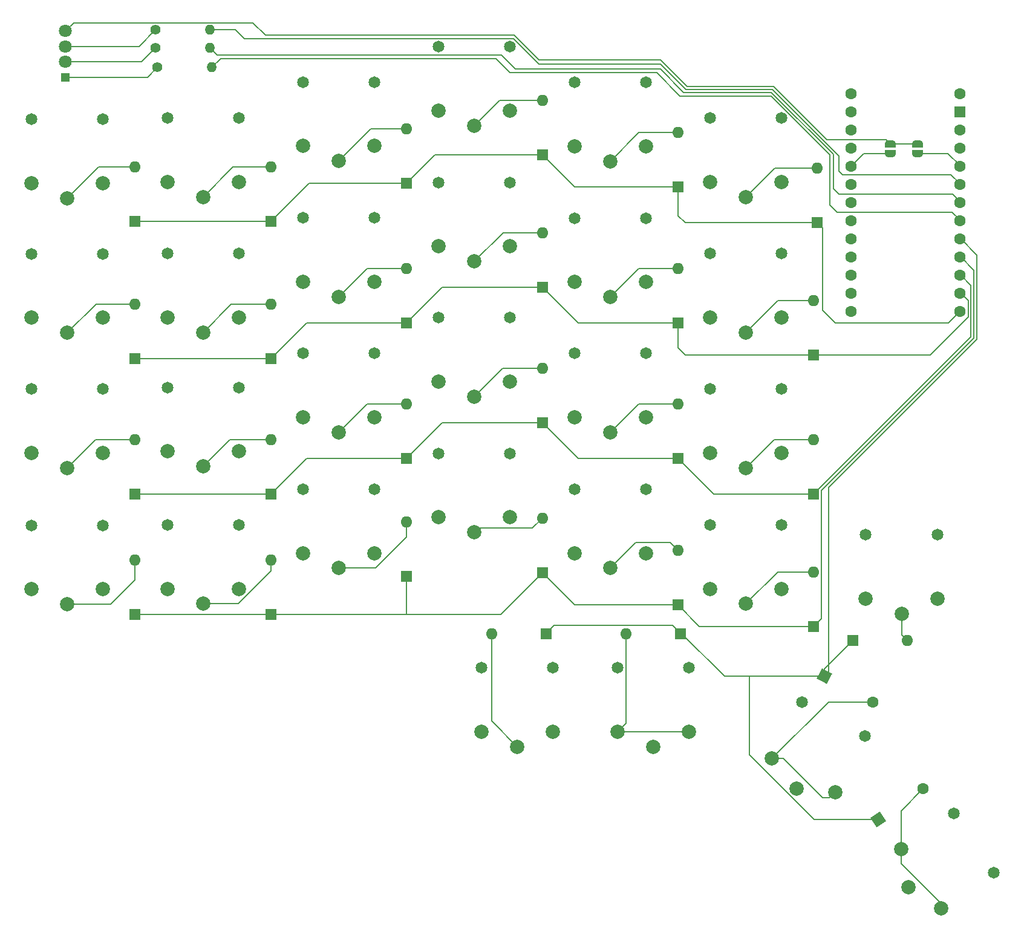
<source format=gbr>
%TF.GenerationSoftware,KiCad,Pcbnew,9.0.1*%
%TF.CreationDate,2025-07-07T00:05:24+02:00*%
%TF.ProjectId,LQS-keyboard,4c51532d-6b65-4796-926f-6172642e6b69,rev?*%
%TF.SameCoordinates,Original*%
%TF.FileFunction,Copper,L1,Top*%
%TF.FilePolarity,Positive*%
%FSLAX46Y46*%
G04 Gerber Fmt 4.6, Leading zero omitted, Abs format (unit mm)*
G04 Created by KiCad (PCBNEW 9.0.1) date 2025-07-07 00:05:24*
%MOMM*%
%LPD*%
G01*
G04 APERTURE LIST*
G04 Aperture macros list*
%AMHorizOval*
0 Thick line with rounded ends*
0 $1 width*
0 $2 $3 position (X,Y) of the first rounded end (center of the circle)*
0 $4 $5 position (X,Y) of the second rounded end (center of the circle)*
0 Add line between two ends*
20,1,$1,$2,$3,$4,$5,0*
0 Add two circle primitives to create the rounded ends*
1,1,$1,$2,$3*
1,1,$1,$4,$5*%
%AMRotRect*
0 Rectangle, with rotation*
0 The origin of the aperture is its center*
0 $1 length*
0 $2 width*
0 $3 Rotation angle, in degrees counterclockwise*
0 Add horizontal line*
21,1,$1,$2,0,0,$3*%
%AMFreePoly0*
4,1,23,0.500000,-0.750000,0.000000,-0.750000,0.000000,-0.745722,-0.065263,-0.745722,-0.191342,-0.711940,-0.304381,-0.646677,-0.396677,-0.554381,-0.461940,-0.441342,-0.495722,-0.315263,-0.495722,-0.250000,-0.500000,-0.250000,-0.500000,0.250000,-0.495722,0.250000,-0.495722,0.315263,-0.461940,0.441342,-0.396677,0.554381,-0.304381,0.646677,-0.191342,0.711940,-0.065263,0.745722,0.000000,0.745722,
0.000000,0.750000,0.500000,0.750000,0.500000,-0.750000,0.500000,-0.750000,$1*%
%AMFreePoly1*
4,1,23,0.000000,0.745722,0.065263,0.745722,0.191342,0.711940,0.304381,0.646677,0.396677,0.554381,0.461940,0.441342,0.495722,0.315263,0.495722,0.250000,0.500000,0.250000,0.500000,-0.250000,0.495722,-0.250000,0.495722,-0.315263,0.461940,-0.441342,0.396677,-0.554381,0.304381,-0.646677,0.191342,-0.711940,0.065263,-0.745722,0.000000,-0.745722,0.000000,-0.750000,-0.500000,-0.750000,
-0.500000,0.750000,0.000000,0.750000,0.000000,0.745722,0.000000,0.745722,$1*%
G04 Aperture macros list end*
%TA.AperFunction,ComponentPad*%
%ADD10RotRect,1.600000X1.600000X332.000000*%
%TD*%
%TA.AperFunction,ComponentPad*%
%ADD11HorizOval,1.600000X0.000000X0.000000X0.000000X0.000000X0*%
%TD*%
%TA.AperFunction,ComponentPad*%
%ADD12C,1.650000*%
%TD*%
%TA.AperFunction,ComponentPad*%
%ADD13C,2.000000*%
%TD*%
%TA.AperFunction,ComponentPad*%
%ADD14R,1.600000X1.600000*%
%TD*%
%TA.AperFunction,ComponentPad*%
%ADD15O,1.600000X1.600000*%
%TD*%
%TA.AperFunction,ComponentPad*%
%ADD16C,1.400000*%
%TD*%
%TA.AperFunction,ComponentPad*%
%ADD17O,1.400000X1.400000*%
%TD*%
%TA.AperFunction,SMDPad,CuDef*%
%ADD18FreePoly0,90.000000*%
%TD*%
%TA.AperFunction,SMDPad,CuDef*%
%ADD19FreePoly1,90.000000*%
%TD*%
%TA.AperFunction,ComponentPad*%
%ADD20C,1.600000*%
%TD*%
%TA.AperFunction,ComponentPad*%
%ADD21R,1.300000X1.300000*%
%TD*%
%TA.AperFunction,ComponentPad*%
%ADD22C,1.800000*%
%TD*%
%TA.AperFunction,ComponentPad*%
%ADD23RotRect,1.600000X1.600000X34.000000*%
%TD*%
%TA.AperFunction,ComponentPad*%
%ADD24HorizOval,1.600000X0.000000X0.000000X0.000000X0.000000X0*%
%TD*%
%TA.AperFunction,Conductor*%
%ADD25C,0.200000*%
%TD*%
G04 APERTURE END LIST*
D10*
%TO.P,D28,1,K*%
%TO.N,ROWT*%
X169000000Y-117500000D03*
D11*
%TO.P,D28,2,A*%
%TO.N,Net-(D28-A)*%
X175728061Y-121077373D03*
%TD*%
D12*
%TO.P,SW19,*%
%TO.N,*%
X58000000Y-96350000D03*
X68000000Y-96350000D03*
D13*
%TO.P,SW19,1,1*%
%TO.N,Net-(D19-A)*%
X63000000Y-107400000D03*
%TO.P,SW19,2,2*%
%TO.N,COL1*%
X58000000Y-105300000D03*
X68000000Y-105300000D03*
%TD*%
D14*
%TO.P,D18,1,K*%
%TO.N,ROW3*%
X167500000Y-92000000D03*
D15*
%TO.P,D18,2,A*%
%TO.N,Net-(D18-A)*%
X167500000Y-84380000D03*
%TD*%
D12*
%TO.P,SW22,*%
%TO.N,*%
X115000001Y-86292194D03*
X125000001Y-86292194D03*
D13*
%TO.P,SW22,1,1*%
%TO.N,Net-(D22-A)*%
X120000001Y-97342194D03*
%TO.P,SW22,2,2*%
%TO.N,COL4*%
X115000001Y-95242194D03*
X125000001Y-95242194D03*
%TD*%
D14*
%TO.P,D8,1,K*%
%TO.N,ROW2*%
X91500000Y-73000000D03*
D15*
%TO.P,D8,2,A*%
%TO.N,Net-(D8-A)*%
X91500000Y-65380000D03*
%TD*%
D14*
%TO.P,D23,1,K*%
%TO.N,ROW4*%
X148500000Y-107500000D03*
D15*
%TO.P,D23,2,A*%
%TO.N,Net-(D23-A)*%
X148500000Y-99880000D03*
%TD*%
D12*
%TO.P,SW6,*%
%TO.N,*%
X153000000Y-39350000D03*
X163000000Y-39350000D03*
D13*
%TO.P,SW6,1,1*%
%TO.N,Net-(D6-A)*%
X158000000Y-50400000D03*
%TO.P,SW6,2,2*%
%TO.N,COL6*%
X153000000Y-48300000D03*
X163000000Y-48300000D03*
%TD*%
D14*
%TO.P,D1,1,K*%
%TO.N,ROW1*%
X72500000Y-53809999D03*
D15*
%TO.P,D1,2,A*%
%TO.N,Net-(D1-A)*%
X72500000Y-46189999D03*
%TD*%
D16*
%TO.P,R1,1*%
%TO.N,Net-(D30-RK)*%
X75630000Y-32250000D03*
D17*
%TO.P,R1,2*%
%TO.N,LEDR*%
X83250000Y-32250000D03*
%TD*%
D12*
%TO.P,SW9,*%
%TO.N,*%
X96000001Y-53292194D03*
X106000001Y-53292194D03*
D13*
%TO.P,SW9,1,1*%
%TO.N,Net-(D9-A)*%
X101000001Y-64342194D03*
%TO.P,SW9,2,2*%
%TO.N,COL3*%
X96000001Y-62242194D03*
X106000001Y-62242194D03*
%TD*%
D12*
%TO.P,SW16,*%
%TO.N,*%
X115000001Y-67292194D03*
X125000001Y-67292194D03*
D13*
%TO.P,SW16,1,1*%
%TO.N,Net-(D16-A)*%
X120000001Y-78342194D03*
%TO.P,SW16,2,2*%
%TO.N,COL4*%
X115000001Y-76242194D03*
X125000001Y-76242194D03*
%TD*%
D12*
%TO.P,SW14,*%
%TO.N,*%
X77000000Y-77050000D03*
X87000000Y-77050000D03*
D13*
%TO.P,SW14,1,1*%
%TO.N,Net-(D14-A)*%
X82000000Y-88100000D03*
%TO.P,SW14,2,2*%
%TO.N,COL2*%
X77000000Y-86000000D03*
X87000000Y-86000000D03*
%TD*%
D12*
%TO.P,SW25,*%
%TO.N,*%
X174781626Y-97667528D03*
X184781626Y-97667528D03*
D13*
%TO.P,SW25,1,1*%
%TO.N,Net-(D25-A)*%
X179781626Y-108717528D03*
%TO.P,SW25,2,2*%
%TO.N,COL6*%
X174781626Y-106617528D03*
X184781626Y-106617528D03*
%TD*%
D14*
%TO.P,D3,1,K*%
%TO.N,ROW1*%
X110500000Y-48500000D03*
D15*
%TO.P,D3,2,A*%
%TO.N,Net-(D3-A)*%
X110500000Y-40880000D03*
%TD*%
D14*
%TO.P,D2,1,K*%
%TO.N,ROW1*%
X91500000Y-53810000D03*
D15*
%TO.P,D2,2,A*%
%TO.N,Net-(D2-A)*%
X91500000Y-46190000D03*
%TD*%
D18*
%TO.P,JP2,1,A*%
%TO.N,Net-(JP2-A)*%
X182000000Y-44300000D03*
D19*
%TO.P,JP2,2,B*%
%TO.N,3v3*%
X182000000Y-43000000D03*
%TD*%
D12*
%TO.P,SW26,*%
%TO.N,*%
X121000001Y-116292194D03*
X131000001Y-116292194D03*
D13*
%TO.P,SW26,1,1*%
%TO.N,Net-(D26-A)*%
X126000001Y-127342194D03*
%TO.P,SW26,2,2*%
%TO.N,COL2*%
X121000001Y-125242194D03*
X131000001Y-125242194D03*
%TD*%
D14*
%TO.P,D10,1,K*%
%TO.N,ROW2*%
X129500000Y-63000000D03*
D15*
%TO.P,D10,2,A*%
%TO.N,Net-(D10-A)*%
X129500000Y-55380000D03*
%TD*%
D12*
%TO.P,SW8,*%
%TO.N,*%
X77000001Y-58292194D03*
X87000001Y-58292194D03*
D13*
%TO.P,SW8,1,1*%
%TO.N,Net-(D8-A)*%
X82000001Y-69342194D03*
%TO.P,SW8,2,2*%
%TO.N,COL2*%
X77000001Y-67242194D03*
X87000001Y-67242194D03*
%TD*%
D16*
%TO.P,R2,1*%
%TO.N,Net-(D30-GK)*%
X75380000Y-29500000D03*
D17*
%TO.P,R2,2*%
%TO.N,LEDG*%
X83000000Y-29500000D03*
%TD*%
D12*
%TO.P,SW20,*%
%TO.N,*%
X77000001Y-96292194D03*
X87000001Y-96292194D03*
D13*
%TO.P,SW20,1,1*%
%TO.N,Net-(D20-A)*%
X82000001Y-107342194D03*
%TO.P,SW20,2,2*%
%TO.N,COL2*%
X77000001Y-105242194D03*
X87000001Y-105242194D03*
%TD*%
D14*
%TO.P,D13,1,K*%
%TO.N,ROW3*%
X72500000Y-92000000D03*
D15*
%TO.P,D13,2,A*%
%TO.N,Net-(D13-A)*%
X72500000Y-84380000D03*
%TD*%
D12*
%TO.P,SW13,*%
%TO.N,*%
X58000001Y-77292194D03*
X68000001Y-77292194D03*
D13*
%TO.P,SW13,1,1*%
%TO.N,Net-(D13-A)*%
X63000001Y-88342194D03*
%TO.P,SW13,2,2*%
%TO.N,COL1*%
X58000001Y-86242194D03*
X68000001Y-86242194D03*
%TD*%
D18*
%TO.P,JP1,1,A*%
%TO.N,Net-(JP1-A)*%
X178250000Y-44300000D03*
D19*
%TO.P,JP1,2,B*%
%TO.N,3v3*%
X178250000Y-43000000D03*
%TD*%
D14*
%TO.P,D11,1,K*%
%TO.N,ROW2*%
X148500000Y-68000000D03*
D15*
%TO.P,D11,2,A*%
%TO.N,Net-(D11-A)*%
X148500000Y-60380000D03*
%TD*%
D14*
%TO.P,D5,1,K*%
%TO.N,ROW1*%
X148500000Y-49000000D03*
D15*
%TO.P,D5,2,A*%
%TO.N,Net-(D5-A)*%
X148500000Y-41380000D03*
%TD*%
D20*
%TO.P,U2,1,GP0(TX)*%
%TO.N,unconnected-(U2-GP0(TX)-Pad1)*%
X172750000Y-38460000D03*
%TO.P,U2,2,GP1(RX)*%
%TO.N,unconnected-(U2-GP1(RX)-Pad2)*%
X172750000Y-41000000D03*
%TO.P,U2,3,GND*%
%TO.N,unconnected-(U2-GND-Pad3)*%
X172750000Y-43540000D03*
%TO.P,U2,4,GND*%
%TO.N,Net-(JP1-A)*%
X172750000Y-46080000D03*
%TO.P,U2,5,SDA(GP2)*%
%TO.N,unconnected-(U2-SDA(GP2)-Pad5)*%
X172750000Y-48620000D03*
%TO.P,U2,6,SCL(GP3)*%
%TO.N,unconnected-(U2-SCL(GP3)-Pad6)*%
X172750000Y-51160000D03*
%TO.P,U2,7,GP4*%
%TO.N,COL1*%
X172750000Y-53700000D03*
%TO.P,U2,8,GP5*%
%TO.N,COL2*%
X172750000Y-56240000D03*
%TO.P,U2,9,GP6*%
%TO.N,COL3*%
X172750000Y-58780000D03*
%TO.P,U2,10,GP7*%
%TO.N,COL4*%
X172750000Y-61320000D03*
%TO.P,U2,11,GP8*%
%TO.N,COL5*%
X172750000Y-63860000D03*
%TO.P,U2,12,GP9*%
%TO.N,COL6*%
X172750000Y-66400000D03*
%TO.P,U2,13,GP21*%
%TO.N,ROW1*%
X187990000Y-66400000D03*
%TO.P,U2,14,GP23*%
%TO.N,ROW2*%
X187990000Y-63860000D03*
%TO.P,U2,15,GP20*%
%TO.N,ROW3*%
X187990000Y-61320000D03*
%TO.P,U2,16,GP22*%
%TO.N,ROW4*%
X187990000Y-58780000D03*
%TO.P,U2,17,GP26(A0)*%
%TO.N,ROWT*%
X187990000Y-56240000D03*
%TO.P,U2,18,GP27(A1)*%
%TO.N,LEDR*%
X187990000Y-53700000D03*
%TO.P,U2,19,GP28(A2)*%
%TO.N,LEDG*%
X187990000Y-51160000D03*
%TO.P,U2,20,GP29(A3)*%
%TO.N,LEDB*%
X187990000Y-48620000D03*
%TO.P,U2,21,3v3*%
%TO.N,Net-(JP2-A)*%
X187990000Y-46080000D03*
%TO.P,U2,22,RST*%
%TO.N,unconnected-(U2-RST-Pad22)*%
X187990000Y-43540000D03*
%TO.P,U2,23,GND*%
%TO.N,unconnected-(U2-GND-Pad23)*%
X187990000Y-41000000D03*
D14*
%TO.P,U2,24,5V*%
%TO.N,unconnected-(U2-5V-Pad24)*%
X187990000Y-38460000D03*
D20*
%TO.P,U2,33,GP10(B-)*%
%TO.N,unconnected-(U2-GP10(B-)-Pad33)*%
X172750000Y-35920000D03*
%TO.P,U2,34,GP11(B+)*%
%TO.N,unconnected-(U2-GP11(B+)-Pad34)*%
X187990000Y-35920000D03*
%TD*%
D14*
%TO.P,D25,1,K*%
%TO.N,ROWT*%
X172940000Y-112500000D03*
D15*
%TO.P,D25,2,A*%
%TO.N,Net-(D25-A)*%
X180560000Y-112500000D03*
%TD*%
D12*
%TO.P,SW28,*%
%TO.N,*%
X165852920Y-121117419D03*
X174682396Y-125812135D03*
D13*
%TO.P,SW28,1,1*%
%TO.N,COL4*%
X165079997Y-133221348D03*
%TO.P,SW28,2,2*%
%TO.N,Net-(D28-A)*%
X161651149Y-129019800D03*
X170480625Y-133714516D03*
%TD*%
D12*
%TO.P,SW4,*%
%TO.N,*%
X115000000Y-29350000D03*
X125000000Y-29350000D03*
D13*
%TO.P,SW4,1,1*%
%TO.N,Net-(D4-A)*%
X120000000Y-40400000D03*
%TO.P,SW4,2,2*%
%TO.N,COL4*%
X115000000Y-38300000D03*
X125000000Y-38300000D03*
%TD*%
D12*
%TO.P,SW1,*%
%TO.N,*%
X58000000Y-39500000D03*
X68000000Y-39500000D03*
D13*
%TO.P,SW1,1,1*%
%TO.N,Net-(D1-A)*%
X63000000Y-50550000D03*
%TO.P,SW1,2,2*%
%TO.N,COL1*%
X58000000Y-48450000D03*
X68000000Y-48450000D03*
%TD*%
D12*
%TO.P,SW17,*%
%TO.N,*%
X134000001Y-72292194D03*
X144000001Y-72292194D03*
D13*
%TO.P,SW17,1,1*%
%TO.N,Net-(D17-A)*%
X139000001Y-83342194D03*
%TO.P,SW17,2,2*%
%TO.N,COL5*%
X134000001Y-81242194D03*
X144000001Y-81242194D03*
%TD*%
D14*
%TO.P,D22,1,K*%
%TO.N,ROW4*%
X129500000Y-103000000D03*
D15*
%TO.P,D22,2,A*%
%TO.N,Net-(D22-A)*%
X129500000Y-95380000D03*
%TD*%
D12*
%TO.P,SW3,*%
%TO.N,*%
X96000001Y-34292194D03*
X106000001Y-34292194D03*
D13*
%TO.P,SW3,1,1*%
%TO.N,Net-(D3-A)*%
X101000001Y-45342194D03*
%TO.P,SW3,2,2*%
%TO.N,COL3*%
X96000001Y-43242194D03*
X106000001Y-43242194D03*
%TD*%
D12*
%TO.P,SW27,*%
%TO.N,*%
X140000001Y-116292194D03*
X150000001Y-116292194D03*
D13*
%TO.P,SW27,1,1*%
%TO.N,COL3*%
X145000001Y-127342194D03*
%TO.P,SW27,2,2*%
%TO.N,Net-(D27-A)*%
X140000001Y-125242194D03*
X150000001Y-125242194D03*
%TD*%
D14*
%TO.P,D17,1,K*%
%TO.N,ROW3*%
X148500000Y-87000000D03*
D15*
%TO.P,D17,2,A*%
%TO.N,Net-(D17-A)*%
X148500000Y-79380000D03*
%TD*%
D21*
%TO.P,D30,1,RK*%
%TO.N,Net-(D30-RK)*%
X62750000Y-33613000D03*
D22*
%TO.P,D30,2,GK*%
%TO.N,Net-(D30-GK)*%
X62750000Y-31454000D03*
%TO.P,D30,3,BK*%
%TO.N,Net-(D30-BK)*%
X62750000Y-29295000D03*
%TO.P,D30,4,A*%
%TO.N,3v3*%
X62750000Y-27136000D03*
%TD*%
D14*
%TO.P,D6,1,K*%
%TO.N,ROW1*%
X168000000Y-54000000D03*
D15*
%TO.P,D6,2,A*%
%TO.N,Net-(D6-A)*%
X168000000Y-46380000D03*
%TD*%
D14*
%TO.P,D19,1,K*%
%TO.N,ROW4*%
X72500000Y-108810000D03*
D15*
%TO.P,D19,2,A*%
%TO.N,Net-(D19-A)*%
X72500000Y-101190000D03*
%TD*%
D14*
%TO.P,D16,1,K*%
%TO.N,ROW3*%
X129500000Y-82000000D03*
D15*
%TO.P,D16,2,A*%
%TO.N,Net-(D16-A)*%
X129500000Y-74380000D03*
%TD*%
D14*
%TO.P,D27,1,K*%
%TO.N,ROWT*%
X148810000Y-111500000D03*
D15*
%TO.P,D27,2,A*%
%TO.N,Net-(D27-A)*%
X141190000Y-111500000D03*
%TD*%
D14*
%TO.P,D4,1,K*%
%TO.N,ROW1*%
X129500000Y-44500000D03*
D15*
%TO.P,D4,2,A*%
%TO.N,Net-(D4-A)*%
X129500000Y-36880000D03*
%TD*%
D12*
%TO.P,SW2,*%
%TO.N,*%
X77000000Y-39350000D03*
X87000000Y-39350000D03*
D13*
%TO.P,SW2,1,1*%
%TO.N,Net-(D2-A)*%
X82000000Y-50400000D03*
%TO.P,SW2,2,2*%
%TO.N,COL2*%
X77000000Y-48300000D03*
X87000000Y-48300000D03*
%TD*%
D23*
%TO.P,D29,1,K*%
%TO.N,ROWT*%
X176500000Y-137500000D03*
D24*
%TO.P,D29,2,A*%
%TO.N,Net-(D29-A)*%
X182817266Y-133238950D03*
%TD*%
D12*
%TO.P,SW12,*%
%TO.N,*%
X153000001Y-58292194D03*
X163000001Y-58292194D03*
D13*
%TO.P,SW12,1,1*%
%TO.N,Net-(D12-A)*%
X158000001Y-69342194D03*
%TO.P,SW12,2,2*%
%TO.N,COL6*%
X153000001Y-67242194D03*
X163000001Y-67242194D03*
%TD*%
D14*
%TO.P,D9,1,K*%
%TO.N,ROW2*%
X110500000Y-68000000D03*
D15*
%TO.P,D9,2,A*%
%TO.N,Net-(D9-A)*%
X110500000Y-60380000D03*
%TD*%
D12*
%TO.P,SW5,*%
%TO.N,*%
X134000000Y-34350000D03*
X144000000Y-34350000D03*
D13*
%TO.P,SW5,1,1*%
%TO.N,Net-(D5-A)*%
X139000000Y-45400000D03*
%TO.P,SW5,2,2*%
%TO.N,COL5*%
X134000000Y-43300000D03*
X144000000Y-43300000D03*
%TD*%
D14*
%TO.P,D12,1,K*%
%TO.N,ROW2*%
X167500000Y-72500000D03*
D15*
%TO.P,D12,2,A*%
%TO.N,Net-(D12-A)*%
X167500000Y-64880000D03*
%TD*%
D14*
%TO.P,D14,1,K*%
%TO.N,ROW3*%
X91500000Y-92000000D03*
D15*
%TO.P,D14,2,A*%
%TO.N,Net-(D14-A)*%
X91500000Y-84380000D03*
%TD*%
D14*
%TO.P,D7,1,K*%
%TO.N,ROW2*%
X72500000Y-73000000D03*
D15*
%TO.P,D7,2,A*%
%TO.N,Net-(D7-A)*%
X72500000Y-65380000D03*
%TD*%
D12*
%TO.P,SW18,*%
%TO.N,*%
X153000001Y-77292194D03*
X163000001Y-77292194D03*
D13*
%TO.P,SW18,1,1*%
%TO.N,Net-(D18-A)*%
X158000001Y-88342194D03*
%TO.P,SW18,2,2*%
%TO.N,COL6*%
X153000001Y-86242194D03*
X163000001Y-86242194D03*
%TD*%
D12*
%TO.P,SW11,*%
%TO.N,*%
X134000000Y-53350000D03*
X144000000Y-53350000D03*
D13*
%TO.P,SW11,1,1*%
%TO.N,Net-(D11-A)*%
X139000000Y-64400000D03*
%TO.P,SW11,2,2*%
%TO.N,COL5*%
X134000000Y-62300000D03*
X144000000Y-62300000D03*
%TD*%
D12*
%TO.P,SW10,*%
%TO.N,*%
X115000000Y-48350000D03*
X125000000Y-48350000D03*
D13*
%TO.P,SW10,1,1*%
%TO.N,Net-(D10-A)*%
X120000000Y-59400000D03*
%TO.P,SW10,2,2*%
%TO.N,COL4*%
X115000000Y-57300000D03*
X125000000Y-57300000D03*
%TD*%
D12*
%TO.P,SW23,*%
%TO.N,*%
X134000001Y-91292194D03*
X144000001Y-91292194D03*
D13*
%TO.P,SW23,1,1*%
%TO.N,Net-(D23-A)*%
X139000001Y-102342194D03*
%TO.P,SW23,2,2*%
%TO.N,COL5*%
X134000001Y-100242194D03*
X144000001Y-100242194D03*
%TD*%
D14*
%TO.P,D21,1,K*%
%TO.N,ROW4*%
X110500000Y-103500000D03*
D15*
%TO.P,D21,2,A*%
%TO.N,Net-(D21-A)*%
X110500000Y-95880000D03*
%TD*%
D12*
%TO.P,SW15,*%
%TO.N,*%
X96000001Y-72292194D03*
X106000001Y-72292194D03*
D13*
%TO.P,SW15,1,1*%
%TO.N,Net-(D15-A)*%
X101000001Y-83342194D03*
%TO.P,SW15,2,2*%
%TO.N,COL3*%
X96000001Y-81242194D03*
X106000001Y-81242194D03*
%TD*%
D12*
%TO.P,SW21,*%
%TO.N,*%
X96000001Y-91292194D03*
X106000001Y-91292194D03*
D13*
%TO.P,SW21,1,1*%
%TO.N,Net-(D21-A)*%
X101000001Y-102342194D03*
%TO.P,SW21,2,2*%
%TO.N,COL3*%
X96000001Y-100242194D03*
X106000001Y-100242194D03*
%TD*%
D12*
%TO.P,SW29,*%
%TO.N,*%
X187142835Y-136706026D03*
X192734764Y-144996401D03*
D13*
%TO.P,SW29,1,1*%
%TO.N,COL5*%
X180777934Y-147030295D03*
%TO.P,SW29,2,2*%
%TO.N,Net-(D29-A)*%
X179722949Y-141710802D03*
X185314878Y-150001178D03*
%TD*%
D12*
%TO.P,SW7,*%
%TO.N,*%
X58000000Y-58350000D03*
X68000000Y-58350000D03*
D13*
%TO.P,SW7,1,1*%
%TO.N,Net-(D7-A)*%
X63000000Y-69400000D03*
%TO.P,SW7,2,2*%
%TO.N,COL1*%
X58000000Y-67300000D03*
X68000000Y-67300000D03*
%TD*%
D14*
%TO.P,D26,1,K*%
%TO.N,ROWT*%
X130000000Y-111500000D03*
D15*
%TO.P,D26,2,A*%
%TO.N,Net-(D26-A)*%
X122380000Y-111500000D03*
%TD*%
D14*
%TO.P,D24,1,K*%
%TO.N,ROW4*%
X167500000Y-110500000D03*
D15*
%TO.P,D24,2,A*%
%TO.N,Net-(D24-A)*%
X167500000Y-102880000D03*
%TD*%
D16*
%TO.P,R3,1*%
%TO.N,Net-(D30-BK)*%
X75380000Y-27000000D03*
D17*
%TO.P,R3,2*%
%TO.N,LEDB*%
X83000000Y-27000000D03*
%TD*%
D14*
%TO.P,D20,1,K*%
%TO.N,ROW4*%
X91500000Y-108810000D03*
D15*
%TO.P,D20,2,A*%
%TO.N,Net-(D20-A)*%
X91500000Y-101190000D03*
%TD*%
D12*
%TO.P,SW24,*%
%TO.N,*%
X153000001Y-96292194D03*
X163000001Y-96292194D03*
D13*
%TO.P,SW24,1,1*%
%TO.N,Net-(D24-A)*%
X158000001Y-107342194D03*
%TO.P,SW24,2,2*%
%TO.N,COL6*%
X153000001Y-105242194D03*
X163000001Y-105242194D03*
%TD*%
D14*
%TO.P,D15,1,K*%
%TO.N,ROW3*%
X110500000Y-87000000D03*
D15*
%TO.P,D15,2,A*%
%TO.N,Net-(D15-A)*%
X110500000Y-79380000D03*
%TD*%
D25*
%TO.N,ROW1*%
X149500000Y-54000000D02*
X148500000Y-53000000D01*
X114500000Y-44500000D02*
X110500000Y-48500000D01*
X168000000Y-54000000D02*
X168750000Y-54750000D01*
X186360000Y-68000000D02*
X188000000Y-66360000D01*
X170500000Y-68000000D02*
X186360000Y-68000000D01*
X148500000Y-53000000D02*
X148500000Y-49000000D01*
X168000000Y-54000000D02*
X149500000Y-54000000D01*
X110500000Y-48500000D02*
X96810000Y-48500000D01*
X129500000Y-44500000D02*
X114500000Y-44500000D01*
X134000000Y-49000000D02*
X148500000Y-49000000D01*
X168750000Y-54750000D02*
X168750000Y-66250000D01*
X91500000Y-53810000D02*
X72500000Y-53809999D01*
X129500000Y-44500000D02*
X134000000Y-49000000D01*
X168750000Y-66250000D02*
X170500000Y-68000000D01*
X96810000Y-48500000D02*
X91500000Y-53810000D01*
%TO.N,Net-(D1-A)*%
X63000000Y-50550000D02*
X67360001Y-46189999D01*
X67360001Y-46189999D02*
X72500000Y-46189999D01*
%TO.N,Net-(D2-A)*%
X86210000Y-46190000D02*
X91500000Y-46190000D01*
X82000000Y-50400000D02*
X86210000Y-46190000D01*
%TO.N,Net-(D3-A)*%
X105462195Y-40880000D02*
X110500000Y-40880000D01*
X101000001Y-45342194D02*
X105462195Y-40880000D01*
%TO.N,Net-(D4-A)*%
X123520000Y-36880000D02*
X129500000Y-36880000D01*
X120000000Y-40400000D02*
X123520000Y-36880000D01*
%TO.N,Net-(D5-A)*%
X139000000Y-45400000D02*
X143020000Y-41380000D01*
X143020000Y-41380000D02*
X148500000Y-41380000D01*
%TO.N,Net-(D6-A)*%
X158000000Y-50400000D02*
X162020000Y-46380000D01*
X162020000Y-46380000D02*
X168000000Y-46380000D01*
%TO.N,Net-(D7-A)*%
X63000000Y-69400000D02*
X67020000Y-65380000D01*
X67020000Y-65380000D02*
X72500000Y-65380000D01*
%TO.N,ROW2*%
X134500000Y-68000000D02*
X148500000Y-68000000D01*
X110500000Y-68000000D02*
X115500000Y-63000000D01*
X72500000Y-73000000D02*
X91500000Y-73000000D01*
X96500000Y-68000000D02*
X110500000Y-68000000D01*
X148500000Y-71500000D02*
X149500000Y-72500000D01*
X149500000Y-72500000D02*
X167500000Y-72500000D01*
X189101000Y-67204075D02*
X189101000Y-64921000D01*
X183805075Y-72500000D02*
X189101000Y-67204075D01*
X189101000Y-64921000D02*
X188000000Y-63820000D01*
X115500000Y-63000000D02*
X129500000Y-63000000D01*
X91500000Y-73000000D02*
X96500000Y-68000000D01*
X167500000Y-72500000D02*
X183805075Y-72500000D01*
X129500000Y-63000000D02*
X134500000Y-68000000D01*
X148500000Y-68000000D02*
X148500000Y-71500000D01*
%TO.N,Net-(D8-A)*%
X85962195Y-65380000D02*
X91500000Y-65380000D01*
X82000001Y-69342194D02*
X85962195Y-65380000D01*
%TO.N,Net-(D9-A)*%
X104962195Y-60380000D02*
X110500000Y-60380000D01*
X101000001Y-64342194D02*
X104962195Y-60380000D01*
%TO.N,Net-(D10-A)*%
X124020000Y-55380000D02*
X129500000Y-55380000D01*
X120000000Y-59400000D02*
X124020000Y-55380000D01*
%TO.N,Net-(D11-A)*%
X139000000Y-64400000D02*
X143020000Y-60380000D01*
X143020000Y-60380000D02*
X148500000Y-60380000D01*
%TO.N,Net-(D12-A)*%
X162462195Y-64880000D02*
X167500000Y-64880000D01*
X158000001Y-69342194D02*
X162462195Y-64880000D01*
%TO.N,Net-(D13-A)*%
X66962195Y-84380000D02*
X72500000Y-84380000D01*
X63000001Y-88342194D02*
X66962195Y-84380000D01*
%TO.N,ROW3*%
X115500000Y-82000000D02*
X129500000Y-82000000D01*
X96500000Y-87000000D02*
X110500000Y-87000000D01*
X110500000Y-87000000D02*
X115500000Y-82000000D01*
X129500000Y-82000000D02*
X134500000Y-87000000D01*
X167500000Y-92000000D02*
X189502000Y-69998000D01*
X148500000Y-87000000D02*
X153500000Y-92000000D01*
X91500000Y-92000000D02*
X96500000Y-87000000D01*
X134500000Y-87000000D02*
X148500000Y-87000000D01*
X189502000Y-62782000D02*
X188000000Y-61280000D01*
X72500000Y-92000000D02*
X91500000Y-92000000D01*
X153500000Y-92000000D02*
X167500000Y-92000000D01*
X189502000Y-69998000D02*
X189502000Y-62782000D01*
%TO.N,Net-(D14-A)*%
X85720000Y-84380000D02*
X91500000Y-84380000D01*
X82000000Y-88100000D02*
X85720000Y-84380000D01*
%TO.N,Net-(D15-A)*%
X104962195Y-79380000D02*
X110500000Y-79380000D01*
X101000001Y-83342194D02*
X104962195Y-79380000D01*
%TO.N,Net-(D16-A)*%
X120000001Y-78342194D02*
X123962195Y-74380000D01*
X123962195Y-74380000D02*
X129500000Y-74380000D01*
%TO.N,Net-(D17-A)*%
X142962195Y-79380000D02*
X148500000Y-79380000D01*
X139000001Y-83342194D02*
X142962195Y-79380000D01*
%TO.N,Net-(D18-A)*%
X161962195Y-84380000D02*
X167500000Y-84380000D01*
X158000001Y-88342194D02*
X161962195Y-84380000D01*
%TO.N,ROW4*%
X129500000Y-103000000D02*
X134000000Y-107500000D01*
X189903000Y-60643000D02*
X188000000Y-58740000D01*
X148500000Y-107500000D02*
X151500000Y-110500000D01*
X151500000Y-110500000D02*
X167500000Y-110500000D01*
X72500000Y-108810000D02*
X91500000Y-108810000D01*
X134000000Y-107500000D02*
X148500000Y-107500000D01*
X168601000Y-109399000D02*
X168601000Y-91466100D01*
X189903000Y-70164100D02*
X189903000Y-60643000D01*
X110500000Y-108810000D02*
X123690000Y-108810000D01*
X110500000Y-103500000D02*
X110500000Y-108810000D01*
X91500000Y-108810000D02*
X110500000Y-108810000D01*
X123690000Y-108810000D02*
X129500000Y-103000000D01*
X168601000Y-91466100D02*
X189903000Y-70164100D01*
X167500000Y-110500000D02*
X168601000Y-109399000D01*
%TO.N,Net-(D19-A)*%
X69100000Y-107400000D02*
X72500000Y-104000000D01*
X72500000Y-104000000D02*
X72500000Y-101190000D01*
X63000000Y-107400000D02*
X69100000Y-107400000D01*
%TO.N,Net-(D20-A)*%
X82000001Y-107342194D02*
X86907806Y-107342194D01*
X91500000Y-102750000D02*
X91500000Y-101190000D01*
X86907806Y-107342194D02*
X91500000Y-102750000D01*
%TO.N,Net-(D21-A)*%
X110500000Y-98000000D02*
X110500000Y-95880000D01*
X106157806Y-102342194D02*
X110500000Y-98000000D01*
X101000001Y-102342194D02*
X106157806Y-102342194D01*
%TO.N,Net-(D22-A)*%
X120000001Y-97342194D02*
X120592195Y-96750000D01*
X120592195Y-96750000D02*
X128130000Y-96750000D01*
X128130000Y-96750000D02*
X129500000Y-95380000D01*
%TO.N,Net-(D23-A)*%
X139000001Y-102342194D02*
X142592195Y-98750000D01*
X147370000Y-98750000D02*
X148500000Y-99880000D01*
X142592195Y-98750000D02*
X147370000Y-98750000D01*
%TO.N,Net-(D24-A)*%
X158000001Y-107342194D02*
X162462195Y-102880000D01*
X162462195Y-102880000D02*
X167500000Y-102880000D01*
%TO.N,Net-(D25-A)*%
X179781626Y-108717528D02*
X179781626Y-111721626D01*
X179781626Y-111721626D02*
X180560000Y-112500000D01*
%TO.N,ROWT*%
X131101000Y-110399000D02*
X147709000Y-110399000D01*
X158500000Y-128481243D02*
X167518757Y-137500000D01*
X169000000Y-117500000D02*
X169000000Y-116440000D01*
X147709000Y-110399000D02*
X148810000Y-111500000D01*
X190304000Y-58504000D02*
X188000000Y-56200000D01*
X169591532Y-116908468D02*
X169591532Y-91042668D01*
X169000000Y-117500000D02*
X169591532Y-116908468D01*
X130000000Y-111500000D02*
X131101000Y-110399000D01*
X155000000Y-117500000D02*
X158500000Y-117500000D01*
X190304000Y-70330200D02*
X190304000Y-58504000D01*
X148810000Y-111500000D02*
X149000000Y-111500000D01*
X158500000Y-117500000D02*
X169000000Y-117500000D01*
X169000000Y-116440000D02*
X172940000Y-112500000D01*
X169591532Y-91042668D02*
X190304000Y-70330200D01*
X167518757Y-137500000D02*
X176500000Y-137500000D01*
X149000000Y-111500000D02*
X155000000Y-117500000D01*
X158500000Y-117500000D02*
X158500000Y-128481243D01*
%TO.N,Net-(D26-A)*%
X122380000Y-111500000D02*
X122380000Y-123722193D01*
X122380000Y-123722193D02*
X126000001Y-127342194D01*
%TO.N,Net-(D27-A)*%
X140000001Y-125242194D02*
X150000001Y-125242194D01*
X141190000Y-111500000D02*
X141190000Y-124052195D01*
X141190000Y-124052195D02*
X140000001Y-125242194D01*
%TO.N,Net-(D28-A)*%
X175728060Y-121077373D02*
X169593576Y-121077373D01*
X169683184Y-134500000D02*
X170480625Y-133702559D01*
X161651149Y-129019800D02*
X163269800Y-129019800D01*
X163269800Y-129019800D02*
X168750000Y-134500000D01*
X169593576Y-121077373D02*
X161651149Y-129019800D01*
X168750000Y-134500000D02*
X169683184Y-134500000D01*
%TO.N,Net-(D29-A)*%
X179722949Y-136333267D02*
X179722949Y-141710802D01*
X185314878Y-149314878D02*
X185314878Y-150001178D01*
X179722949Y-143722949D02*
X185314878Y-149314878D01*
X182817266Y-133238950D02*
X179722949Y-136333267D01*
X179722949Y-141710802D02*
X179722949Y-143722949D01*
%TO.N,Net-(D30-BK)*%
X73085000Y-29295000D02*
X62750000Y-29295000D01*
X75380000Y-27000000D02*
X73085000Y-29295000D01*
%TO.N,Net-(D30-RK)*%
X74267000Y-33613000D02*
X62750000Y-33613000D01*
X75630000Y-32250000D02*
X74267000Y-33613000D01*
%TO.N,Net-(D30-GK)*%
X75380000Y-29500000D02*
X73426000Y-31454000D01*
X73426000Y-31454000D02*
X62750000Y-31454000D01*
%TO.N,3v3*%
X161899300Y-34948000D02*
X149765100Y-34948000D01*
X63886500Y-25999500D02*
X62750000Y-27136000D01*
X177649000Y-42399000D02*
X169350300Y-42399000D01*
X169350300Y-42399000D02*
X161899300Y-34948000D01*
X178250000Y-43000000D02*
X182000000Y-43000000D01*
X178250000Y-43000000D02*
X177649000Y-42399000D01*
X89000500Y-25999500D02*
X63886500Y-25999500D01*
X149765100Y-34948000D02*
X146037347Y-31220247D01*
X146037347Y-31220247D02*
X129029752Y-31220247D01*
X129029752Y-31220247D02*
X125559505Y-27750000D01*
X90751000Y-27750000D02*
X89000500Y-25999500D01*
X125559505Y-27750000D02*
X90751000Y-27750000D01*
%TO.N,LEDR*%
X125000000Y-33000000D02*
X145500000Y-33000000D01*
X83250000Y-32250000D02*
X84500000Y-31000000D01*
X170750000Y-52500000D02*
X186840000Y-52500000D01*
X84500000Y-31000000D02*
X123000000Y-31000000D01*
X123000000Y-31000000D02*
X125000000Y-33000000D01*
X161500000Y-36250000D02*
X169750000Y-44500000D01*
X148750000Y-36250000D02*
X161500000Y-36250000D01*
X169750000Y-44500000D02*
X169750000Y-51500000D01*
X145500000Y-33000000D02*
X148750000Y-36250000D01*
X186840000Y-52500000D02*
X188000000Y-53660000D01*
X169750000Y-51500000D02*
X170750000Y-52500000D01*
%TO.N,LEDG*%
X171019000Y-50019000D02*
X186899000Y-50019000D01*
X170250000Y-49250000D02*
X171019000Y-50019000D01*
X123750000Y-30500000D02*
X125750000Y-32500000D01*
X125750000Y-32500000D02*
X146000000Y-32500000D01*
X149250000Y-35750000D02*
X161567100Y-35750000D01*
X161567100Y-35750000D02*
X170250000Y-44432900D01*
X170250000Y-44432900D02*
X170250000Y-49250000D01*
X83000000Y-29500000D02*
X84000000Y-30500000D01*
X84000000Y-30500000D02*
X123750000Y-30500000D01*
X186899000Y-50019000D02*
X188000000Y-51120000D01*
X146000000Y-32500000D02*
X149250000Y-35750000D01*
%TO.N,LEDB*%
X146000000Y-31750000D02*
X149599000Y-35349000D01*
X115492405Y-28250000D02*
X124507595Y-28250000D01*
X186670000Y-47250000D02*
X188000000Y-48580000D01*
X87750000Y-28250000D02*
X114507595Y-28250000D01*
X114507595Y-28250000D02*
X114533595Y-28224000D01*
X83000000Y-27000000D02*
X86500000Y-27000000D01*
X124533595Y-28224000D02*
X125466405Y-28224000D01*
X149599000Y-35349000D02*
X161733200Y-35349000D01*
X115466405Y-28224000D02*
X115492405Y-28250000D01*
X128992405Y-31750000D02*
X146000000Y-31750000D01*
X125466405Y-28224000D02*
X128992405Y-31750000D01*
X171000000Y-44615800D02*
X171000000Y-46761640D01*
X124507595Y-28250000D02*
X124533595Y-28224000D01*
X114533595Y-28224000D02*
X115466405Y-28224000D01*
X86500000Y-27000000D02*
X87750000Y-28250000D01*
X171488360Y-47250000D02*
X186670000Y-47250000D01*
X171000000Y-46761640D02*
X171488360Y-47250000D01*
X161733200Y-35349000D02*
X171000000Y-44615800D01*
%TO.N,Net-(JP2-A)*%
X186260000Y-44300000D02*
X188000000Y-46040000D01*
X182000000Y-44300000D02*
X186260000Y-44300000D01*
%TO.N,Net-(JP1-A)*%
X178250000Y-44300000D02*
X174500000Y-44300000D01*
X174500000Y-44300000D02*
X172760000Y-46040000D01*
%TD*%
M02*

</source>
